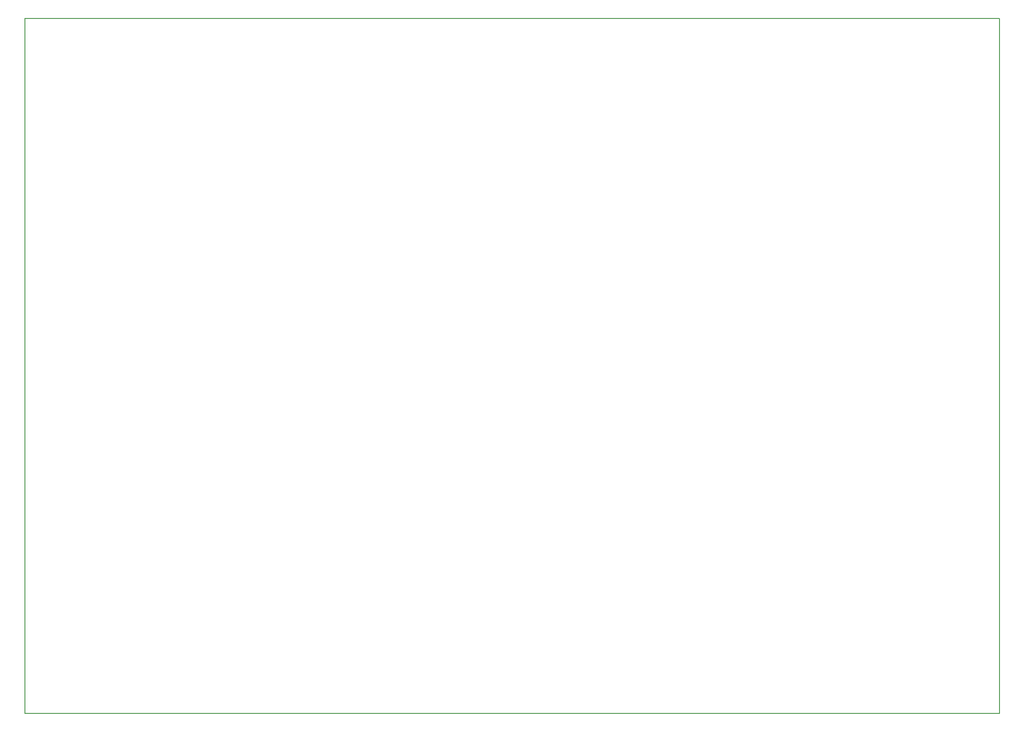
<source format=gm1>
G04 #@! TF.FileFunction,Profile,NP*
%FSLAX46Y46*%
G04 Gerber Fmt 4.6, Leading zero omitted, Abs format (unit mm)*
G04 Created by KiCad (PCBNEW 4.0.2-stable) date Mon 18 Apr 2016 07:01:49 PM CST*
%MOMM*%
G01*
G04 APERTURE LIST*
%ADD10C,0.100000*%
%ADD11C,0.150000*%
G04 APERTURE END LIST*
D10*
D11*
X206502000Y-159893000D02*
X206502000Y-157099000D01*
X14478000Y-159893000D02*
X14478000Y-159766000D01*
X14478000Y-159766000D02*
X14478000Y-155194000D01*
X14478000Y-159893000D02*
X206502000Y-159893000D01*
X14478000Y-157988000D02*
X14478000Y-22733000D01*
X206502000Y-22860000D02*
X206502000Y-157988000D01*
X14478000Y-22860000D02*
X206502000Y-22860000D01*
M02*

</source>
